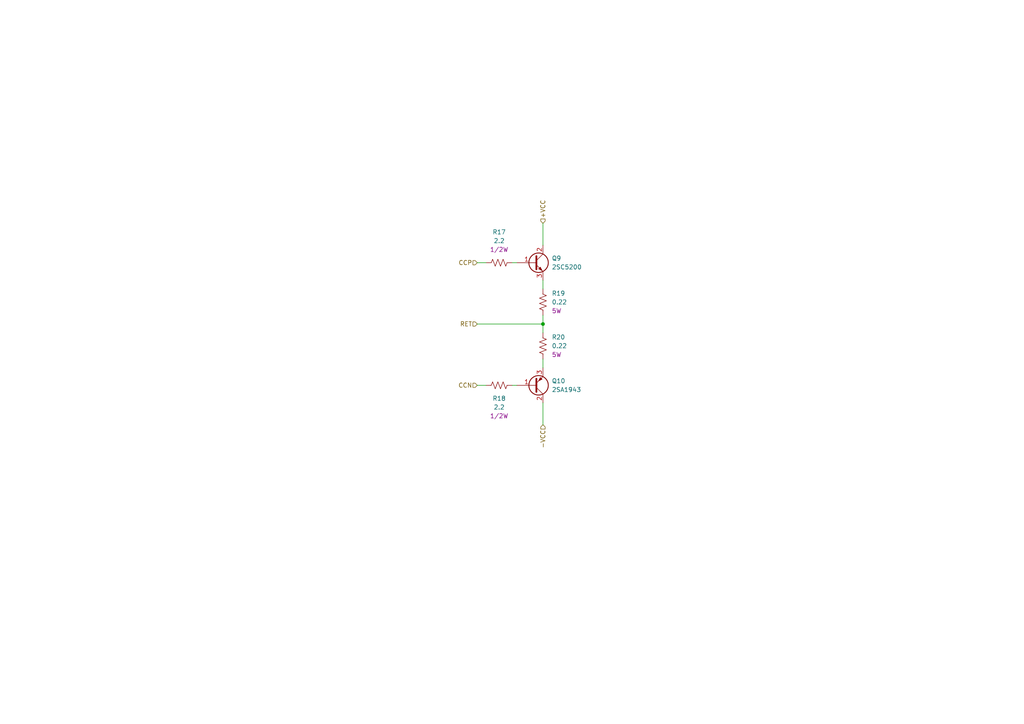
<source format=kicad_sch>
(kicad_sch (version 20231120) (generator "eeschema") (generator_version "8.0")
  (paper "A4")
  (title_block (title "Barra de potencia") (date "2023-03-11") (rev "v0.0.1") (company "https://maykolrey.com"))
  (lib_symbols
    (symbol "Device:Q_NPN_BCE" (pin_names (offset 0) hide)
      (property "Reference" "Q" (at 5.08 1.27 0))
      (property "Value" "Q_NPN_BCE" (at 5.08 -1.27 0))
      (symbol "Q_NPN_BCE_0_1"
        (polyline (pts (xy 0.635 0.635) (xy 2.54 2.54)))
        (polyline (pts (xy 0.635 -0.635) (xy 2.54 -2.54) (xy 2.54 -2.54)))
        (polyline (pts (xy 0.635 1.905) (xy 0.635 -1.905) (xy 0.635 -1.905)) (stroke (width 0.508)))
        (polyline (pts (xy 1.27 -1.778) (xy 1.778 -1.27) (xy 2.286 -2.286) (xy 1.27 -1.778) (xy 1.27 -1.778)) (fill (type outline)))
        (circle (center 1.27 0) (radius 2.8194) (stroke (width 0.254)))
      )
      (symbol "Q_NPN_BCE_1_1"
        (pin input line (at -5.08 0 0) (length 5.715) (name "B") (number "1"))
        (pin passive line (at 2.54 5.08 270) (length 2.54) (name "C") (number "2"))
        (pin passive line (at 2.54 -5.08 90) (length 2.54) (name "E") (number "3"))
      )
    )
    (symbol "Device:Q_PNP_BCE" (pin_names (offset 0) hide)
      (property "Reference" "Q" (at 5.08 1.27 0))
      (property "Value" "Q_PNP_BCE" (at 5.08 -1.27 0))
      (symbol "Q_PNP_BCE_0_1"
        (polyline (pts (xy 0.635 0.635) (xy 2.54 2.54)))
        (polyline (pts (xy 0.635 -0.635) (xy 2.54 -2.54) (xy 2.54 -2.54)))
        (polyline (pts (xy 0.635 1.905) (xy 0.635 -1.905) (xy 0.635 -1.905)) (stroke (width 0.508)))
        (polyline (pts (xy 2.286 -1.778) (xy 1.778 -2.286) (xy 1.27 -1.27) (xy 2.286 -1.778) (xy 2.286 -1.778)) (fill (type outline)))
        (circle (center 1.27 0) (radius 2.8194) (stroke (width 0.254)))
      )
      (symbol "Q_PNP_BCE_1_1"
        (pin input line (at -5.08 0 0) (length 5.715) (name "B") (number "1"))
        (pin passive line (at 2.54 5.08 270) (length 2.54) (name "C") (number "2"))
        (pin passive line (at 2.54 -5.08 90) (length 2.54) (name "E") (number "3"))
      )
    )
    (symbol "Device:R_US" (pin_numbers hide) (pin_names (offset 0))
      (property "Reference" "R" (at 2.54 0 90))
      (property "Value" "R_US" (at -2.54 0 90))
      (symbol "R_US_0_1"
        (polyline (pts (xy 0 -2.286) (xy 0 -2.54)))
        (polyline (pts (xy 0 2.286) (xy 0 2.54)))
        (polyline (pts (xy 0 -0.762) (xy 1.016 -1.143) (xy 0 -1.524) (xy -1.016 -1.905) (xy 0 -2.286)))
        (polyline (pts (xy 0 0.762) (xy 1.016 0.381) (xy 0 0) (xy -1.016 -0.381) (xy 0 -0.762)))
        (polyline (pts (xy 0 2.286) (xy 1.016 1.905) (xy 0 1.524) (xy -1.016 1.143) (xy 0 0.762)))
      )
      (symbol "R_US_1_1"
        (pin passive line (at 0 3.81 270) (length 1.27) (name "~") (number "1"))
        (pin passive line (at 0 -3.81 90) (length 1.27) (name "~") (number "2"))
      )
    )
  )
  (junction (at 157.48 93.98))
  (wire (pts (xy 140.97 76.2) (xy 138.43 76.2)))
  (wire (pts (xy 138.43 93.98) (xy 157.48 93.98)))
  (wire (pts (xy 148.59 111.76) (xy 149.86 111.76)))
  (wire (pts (xy 157.48 81.28) (xy 157.48 83.82)))
  (wire (pts (xy 157.48 91.44) (xy 157.48 93.98)))
  (wire (pts (xy 157.48 93.98) (xy 157.48 96.52)))
  (wire (pts (xy 157.48 71.12) (xy 157.48 64.77)))
  (wire (pts (xy 138.43 111.76) (xy 140.97 111.76)))
  (wire (pts (xy 157.48 116.84) (xy 157.48 123.19)))
  (wire (pts (xy 148.59 76.2) (xy 149.86 76.2)))
  (wire (pts (xy 157.48 104.14) (xy 157.48 106.68)))
  (hierarchical_label "+VCC" (shape input) (at 157.48 64.77 90))
  (hierarchical_label "CCN" (shape input) (at 138.43 111.76 180))
  (hierarchical_label "RET" (shape input) (at 138.43 93.98 180))
  (hierarchical_label "-VCC" (shape input) (at 157.48 123.19 270))
  (hierarchical_label "CCP" (shape input) (at 138.43 76.2 180))
  (symbol (lib_id "Device:R_US") (at 144.78 111.76 90) (unit 1)
    (property "Reference" "R18" (at 144.78 115.57 90))
    (property "Value" "2.2" (at 144.78 118.11 90))
    (property "Footprint" "Resistor_THT:R_Axial_DIN0309_L9.0mm_D3.2mm_P12.70mm_Horizontal" (effects (hide yes)))
    (property "POWER" "1/2W" (at 144.78 120.65 90))
    (instances (project "power_audio" (path "" (reference "R18") (unit 1)) (path "" (reference "R10") (unit 1)) (path "" (reference "R6") (unit 1)) (path "" (reference "R14") (unit 1)) (path "" (reference "R2") (unit 1))))
  )
  (symbol (lib_id "Device:Q_NPN_BCE") (at 154.94 76.2 0) (unit 1)
    (property "Reference" "Q9" (at 160.02 74.9299 0) (effects (justify left)))
    (property "Value" "2SC5200" (at 160.02 77.4699 0) (effects (justify left)))
    (property "Footprint" "Package_TO_SOT_THT:TO-264-3_Vertical" (effects (hide yes)))
    (property "Datasheet" "https://www.mouser.pe/datasheet/2/408/2SC5200_datasheet_en_20160107-1649945.pdf" (effects (hide yes)))
    (property "Description" "TRANS NPN 250V 17A TO264-3" (effects (hide yes)))
    (property "LCSC Part" "C2920870" (effects (hide yes)))
    (property "Mfr. Part" "2SC5200OTU" (effects (hide yes)))
    (property "Manufacturer" "onsemi" (effects (hide yes)))
    (property "Price" "4.99" (effects (hide yes)))
    (instances (project "power_audio" (path "" (reference "Q9") (unit 1)) (path "" (reference "Q5") (unit 1)) (path "" (reference "Q3") (unit 1)) (path "" (reference "Q7") (unit 1)) (path "" (reference "Q1") (unit 1))))
  )
  (symbol (lib_id "Device:R_US") (at 157.48 87.63 180) (unit 1)
    (property "Reference" "R19" (at 160.02 85.0899 0) (effects (justify right)))
    (property "Value" "0.22" (at 160.02 87.6299 0) (effects (justify right)))
    (property "Footprint" "Resistor_THT:R_Axial_Power_L25.0mm_W9.0mm_P27.94mm" (effects (hide yes)))
    (property "POWER" "5W" (at 160.02 90.1699 0) (effects (justify right)))
    (instances (project "power_audio" (path "" (reference "R19") (unit 1)) (path "" (reference "R11") (unit 1)) (path "" (reference "R7") (unit 1)) (path "" (reference "R15") (unit 1)) (path "" (reference "R3") (unit 1))))
  )
  (symbol (lib_id "Device:R_US") (at 157.48 100.33 180) (unit 1)
    (property "Reference" "R20" (at 160.02 97.7899 0) (effects (justify right)))
    (property "Value" "0.22" (at 160.02 100.3299 0) (effects (justify right)))
    (property "Footprint" "Resistor_THT:R_Axial_Power_L25.0mm_W9.0mm_P27.94mm" (effects (hide yes)))
    (property "POWER" "5W" (at 160.02 102.8699 0) (effects (justify right)))
    (instances (project "power_audio" (path "" (reference "R20") (unit 1)) (path "" (reference "R12") (unit 1)) (path "" (reference "R8") (unit 1)) (path "" (reference "R16") (unit 1)) (path "" (reference "R4") (unit 1))))
  )
  (symbol (lib_id "Device:Q_PNP_BCE") (at 154.94 111.76 0) (mirror x) (unit 1)
    (property "Reference" "Q10" (at 160.02 110.4899 0) (effects (justify left)))
    (property "Value" "2SA1943" (at 160.02 113.0299 0) (effects (justify left)))
    (property "Footprint" "Package_TO_SOT_THT:TO-264-3_Vertical" (effects (hide yes)))
    (property "Datasheet" "https://www.mouser.pe/datasheet/2/308/1/FJL4215_D-2313895.pdf" (effects (hide yes)))
    (property "Description" "TRANS PNP 230V 15A TO3P" (effects (hide yes)))
    (property "LCSC Part" "C480004" (effects (hide yes)))
    (property "Mfr. Part" "2SA1943-O(Q)" (effects (hide yes)))
    (property "Manufacturer" "Toshiba Semiconductor and Storage" (effects (hide yes)))
    (property "Price" "2.84" (effects (hide yes)))
    (instances (project "power_audio" (path "" (reference "Q10") (unit 1)) (path "" (reference "Q6") (unit 1)) (path "" (reference "Q4") (unit 1)) (path "" (reference "Q8") (unit 1)) (path "" (reference "Q2") (unit 1))))
  )
  (symbol (lib_id "Device:R_US") (at 144.78 76.2 90) (unit 1)
    (property "Reference" "R17" (at 144.78 67.31 90))
    (property "Value" "2.2" (at 144.78 69.85 90))
    (property "Footprint" "Resistor_THT:R_Axial_DIN0309_L9.0mm_D3.2mm_P12.70mm_Horizontal" (effects (hide yes)))
    (property "POWER" "1/2W" (at 144.78 72.39 90))
    (instances (project "power_audio" (path "" (reference "R17") (unit 1)) (path "" (reference "R9") (unit 1)) (path "" (reference "R5") (unit 1)) (path "" (reference "R13") (unit 1)) (path "" (reference "R1") (unit 1))))
  )
)
</source>
